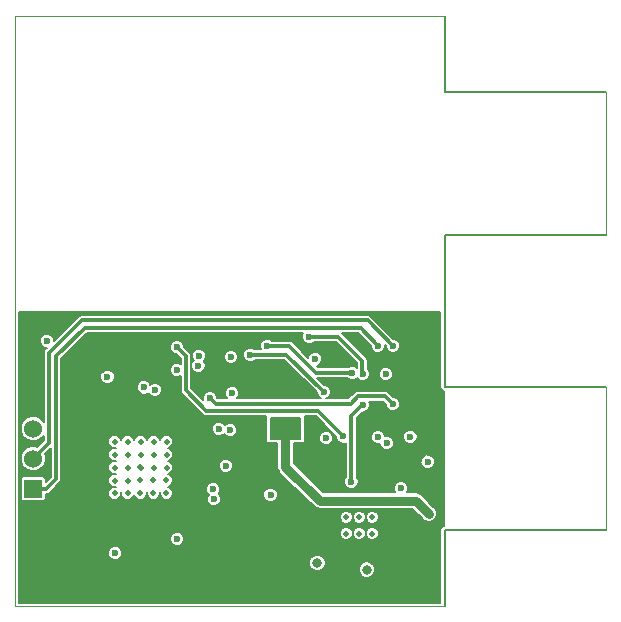
<source format=gbr>
G04 (created by PCBNEW (2013-mar-13)-testing) date Sat 22 Jun 2013 05:06:15 PM ICT*
%MOIN*%
G04 Gerber Fmt 3.4, Leading zero omitted, Abs format*
%FSLAX34Y34*%
G01*
G70*
G90*
G04 APERTURE LIST*
%ADD10C,0.00393701*%
%ADD11C,0.00590551*%
%ADD12R,0.06X0.06*%
%ADD13C,0.06*%
%ADD14C,0.023622*%
%ADD15C,0.019685*%
%ADD16C,0.0314961*%
%ADD17C,0.011811*%
%ADD18C,0.0314961*%
%ADD19C,0.00787402*%
G04 APERTURE END LIST*
G54D10*
G54D11*
X53681Y-32066D02*
X53681Y-26988D01*
X59055Y-32066D02*
X53681Y-32066D01*
X59055Y-22224D02*
X53681Y-22224D01*
X59055Y-26988D02*
X53681Y-26988D01*
X53681Y-36830D02*
X53681Y-39370D01*
X53681Y-22224D02*
X53681Y-19685D01*
X59055Y-36830D02*
X53681Y-36830D01*
G54D10*
X39370Y-19685D02*
X53681Y-19685D01*
X59055Y-22224D02*
X59055Y-26988D01*
X59055Y-32066D02*
X59055Y-36830D01*
X53681Y-39370D02*
X39370Y-39370D01*
X39370Y-39370D02*
X39370Y-19685D01*
G54D12*
X39960Y-35448D03*
G54D13*
X39960Y-34448D03*
X39960Y-33448D03*
G54D14*
X46594Y-32273D03*
X46151Y-33454D03*
X49645Y-32224D03*
X47204Y-30984D03*
X52539Y-33720D03*
X53110Y-34547D03*
X45964Y-35472D03*
X51456Y-33740D03*
X45984Y-35807D03*
X51751Y-33937D03*
X49163Y-30383D03*
X50944Y-31624D03*
X47765Y-30688D03*
X50600Y-31594D03*
X40413Y-30521D03*
X49734Y-33769D03*
X50305Y-33710D03*
X44753Y-30738D03*
X50944Y-32657D03*
X50570Y-35216D03*
X51948Y-32637D03*
X45856Y-32431D03*
X45472Y-31348D03*
X51712Y-31633D03*
X44025Y-32155D03*
X45482Y-31013D03*
X43651Y-32076D03*
X51957Y-30688D03*
X51447Y-30688D03*
X52224Y-35433D03*
X47874Y-35649D03*
G54D15*
X48720Y-33641D03*
X47992Y-33661D03*
X48700Y-33208D03*
X48011Y-33208D03*
X48365Y-33425D03*
G54D16*
X53149Y-36279D03*
G54D14*
X46555Y-31062D03*
X44744Y-31496D03*
G54D15*
X43976Y-34744D03*
X44409Y-34744D03*
X44409Y-34311D03*
X44409Y-33877D03*
X43976Y-33877D03*
X43976Y-34311D03*
X43543Y-34744D03*
X43533Y-34734D03*
X43966Y-35167D03*
X44399Y-35167D03*
X44399Y-35600D03*
X43966Y-35600D03*
X43533Y-35600D03*
X43533Y-35167D03*
X43110Y-34744D03*
X42677Y-34744D03*
X42677Y-35177D03*
X42677Y-35610D03*
X43110Y-35610D03*
X43110Y-35177D03*
X43543Y-34744D03*
X43543Y-34744D03*
X43110Y-34311D03*
X42677Y-34311D03*
X42677Y-33877D03*
X43110Y-33877D03*
X43543Y-33877D03*
X43543Y-34311D03*
G54D14*
X46377Y-34685D03*
X46535Y-33503D03*
X44763Y-37125D03*
X42696Y-37597D03*
X42440Y-31713D03*
X49370Y-31122D03*
G54D15*
X51259Y-36397D03*
X51259Y-36948D03*
X50826Y-36948D03*
X50393Y-36948D03*
X50393Y-36397D03*
X50826Y-36397D03*
G54D16*
X49438Y-37923D03*
X51082Y-38149D03*
G54D14*
X43769Y-31221D03*
X39921Y-38690D03*
X49389Y-33208D03*
X45866Y-31259D03*
X47775Y-32303D03*
X44921Y-37618D03*
X42106Y-37086D03*
X41811Y-32224D03*
X52618Y-30807D03*
G54D16*
X52224Y-37401D03*
G54D17*
X49645Y-32224D02*
X48405Y-30984D01*
X48405Y-30984D02*
X47204Y-30984D01*
X50118Y-30383D02*
X49163Y-30383D01*
X50935Y-31200D02*
X50118Y-30383D01*
X50935Y-31614D02*
X50935Y-31200D01*
X50944Y-31624D02*
X50935Y-31614D01*
X48494Y-30688D02*
X47765Y-30688D01*
X49389Y-31584D02*
X48494Y-30688D01*
X50590Y-31584D02*
X49389Y-31584D01*
X50600Y-31594D02*
X50590Y-31584D01*
X49448Y-32854D02*
X50305Y-33710D01*
X45738Y-32854D02*
X49448Y-32854D01*
X45059Y-32175D02*
X45738Y-32854D01*
X45059Y-31043D02*
X45059Y-32175D01*
X44753Y-30738D02*
X45059Y-31043D01*
X50944Y-32641D02*
X50944Y-32657D01*
X50570Y-33011D02*
X50944Y-32641D01*
X50570Y-33129D02*
X50570Y-33011D01*
X50570Y-35216D02*
X50570Y-33129D01*
X46043Y-32618D02*
X50541Y-32618D01*
X51683Y-32372D02*
X51948Y-32637D01*
X50787Y-32372D02*
X51683Y-32372D01*
X50541Y-32618D02*
X50787Y-32372D01*
X45856Y-32431D02*
X46043Y-32618D01*
X39960Y-34448D02*
X40492Y-33917D01*
X40492Y-30925D02*
X40492Y-33917D01*
X41574Y-29842D02*
X40492Y-30925D01*
X51110Y-29842D02*
X41574Y-29842D01*
X51110Y-29842D02*
X51957Y-30688D01*
X39960Y-35448D02*
X40393Y-35452D01*
X40393Y-35452D02*
X40728Y-35118D01*
X40728Y-31043D02*
X40728Y-35118D01*
X41692Y-30088D02*
X40728Y-31043D01*
X41692Y-30088D02*
X50875Y-30088D01*
X50875Y-30088D02*
X51447Y-30688D01*
X48365Y-33425D02*
X48503Y-33425D01*
X48503Y-33425D02*
X48720Y-33641D01*
X48365Y-33425D02*
X48228Y-33425D01*
X48228Y-33425D02*
X47992Y-33661D01*
X48365Y-33425D02*
X48484Y-33425D01*
X48484Y-33425D02*
X48700Y-33208D01*
X48228Y-33425D02*
X48011Y-33208D01*
X48365Y-33425D02*
X48366Y-33425D01*
X48366Y-33425D02*
X48366Y-33444D01*
G54D18*
X53149Y-36279D02*
X52716Y-35846D01*
X52716Y-35846D02*
X49507Y-35846D01*
X48366Y-34724D02*
X48366Y-33425D01*
X48366Y-33425D02*
X48366Y-33444D01*
X49507Y-35846D02*
X48366Y-34724D01*
G54D10*
G36*
X53641Y-36690D02*
X53624Y-36694D01*
X53576Y-36726D01*
X53544Y-36774D01*
X53533Y-36830D01*
X53533Y-39251D01*
X53425Y-39251D01*
X53425Y-36224D01*
X53404Y-36174D01*
X53404Y-36174D01*
X53404Y-36174D01*
X53383Y-36123D01*
X53346Y-36086D01*
X53346Y-34500D01*
X53310Y-34413D01*
X53244Y-34347D01*
X53157Y-34311D01*
X53063Y-34310D01*
X52976Y-34346D01*
X52910Y-34413D01*
X52874Y-34500D01*
X52873Y-34594D01*
X52909Y-34680D01*
X52976Y-34747D01*
X53063Y-34783D01*
X53157Y-34783D01*
X53243Y-34747D01*
X53310Y-34681D01*
X53346Y-34594D01*
X53346Y-34500D01*
X53346Y-36086D01*
X53344Y-36084D01*
X53344Y-36084D01*
X53305Y-36046D01*
X53305Y-36045D01*
X52911Y-35651D01*
X52821Y-35591D01*
X52775Y-35582D01*
X52775Y-33673D01*
X52739Y-33586D01*
X52673Y-33520D01*
X52586Y-33484D01*
X52492Y-33484D01*
X52405Y-33520D01*
X52339Y-33586D01*
X52303Y-33673D01*
X52303Y-33767D01*
X52338Y-33854D01*
X52405Y-33920D01*
X52492Y-33956D01*
X52586Y-33956D01*
X52673Y-33920D01*
X52739Y-33854D01*
X52775Y-33767D01*
X52775Y-33673D01*
X52775Y-35582D01*
X52716Y-35570D01*
X52420Y-35570D01*
X52424Y-35567D01*
X52460Y-35480D01*
X52460Y-35386D01*
X52424Y-35299D01*
X52358Y-35232D01*
X52271Y-35196D01*
X52177Y-35196D01*
X52090Y-35232D01*
X52024Y-35299D01*
X51988Y-35385D01*
X51988Y-33890D01*
X51952Y-33803D01*
X51885Y-33736D01*
X51799Y-33700D01*
X51705Y-33700D01*
X51692Y-33705D01*
X51692Y-33693D01*
X51657Y-33606D01*
X51590Y-33540D01*
X51503Y-33503D01*
X51409Y-33503D01*
X51323Y-33539D01*
X51256Y-33606D01*
X51220Y-33692D01*
X51220Y-33786D01*
X51256Y-33873D01*
X51322Y-33940D01*
X51409Y-33976D01*
X51503Y-33976D01*
X51515Y-33971D01*
X51515Y-33983D01*
X51551Y-34070D01*
X51617Y-34137D01*
X51704Y-34173D01*
X51798Y-34173D01*
X51885Y-34137D01*
X51952Y-34070D01*
X51988Y-33984D01*
X51988Y-33890D01*
X51988Y-35385D01*
X51988Y-35479D01*
X52024Y-35566D01*
X52028Y-35570D01*
X49970Y-35570D01*
X49970Y-33722D01*
X49934Y-33636D01*
X49868Y-33569D01*
X49781Y-33533D01*
X49687Y-33533D01*
X49600Y-33569D01*
X49534Y-33635D01*
X49498Y-33722D01*
X49497Y-33816D01*
X49533Y-33903D01*
X49600Y-33969D01*
X49687Y-34005D01*
X49781Y-34005D01*
X49867Y-33970D01*
X49934Y-33903D01*
X49970Y-33816D01*
X49970Y-33722D01*
X49970Y-35570D01*
X49620Y-35570D01*
X49015Y-34976D01*
X48641Y-34608D01*
X48641Y-33937D01*
X49015Y-33937D01*
X49015Y-33031D01*
X49375Y-33031D01*
X50068Y-33724D01*
X50068Y-33757D01*
X50104Y-33844D01*
X50171Y-33910D01*
X50257Y-33946D01*
X50351Y-33946D01*
X50393Y-33929D01*
X50393Y-35059D01*
X50370Y-35082D01*
X50334Y-35169D01*
X50334Y-35263D01*
X50370Y-35350D01*
X50436Y-35416D01*
X50523Y-35452D01*
X50617Y-35452D01*
X50704Y-35416D01*
X50771Y-35350D01*
X50807Y-35263D01*
X50807Y-35169D01*
X50771Y-35082D01*
X50748Y-35059D01*
X50748Y-33129D01*
X50748Y-33085D01*
X50942Y-32893D01*
X50991Y-32893D01*
X51078Y-32857D01*
X51145Y-32791D01*
X51181Y-32704D01*
X51181Y-32610D01*
X51155Y-32549D01*
X51609Y-32549D01*
X51712Y-32652D01*
X51712Y-32684D01*
X51748Y-32771D01*
X51814Y-32837D01*
X51901Y-32873D01*
X51995Y-32874D01*
X52082Y-32838D01*
X52148Y-32771D01*
X52184Y-32684D01*
X52185Y-32591D01*
X52149Y-32504D01*
X52082Y-32437D01*
X51996Y-32401D01*
X51963Y-32401D01*
X51948Y-32387D01*
X51948Y-31587D01*
X51912Y-31500D01*
X51846Y-31433D01*
X51759Y-31397D01*
X51665Y-31397D01*
X51578Y-31433D01*
X51512Y-31499D01*
X51476Y-31586D01*
X51476Y-31680D01*
X51512Y-31767D01*
X51578Y-31833D01*
X51665Y-31870D01*
X51759Y-31870D01*
X51846Y-31834D01*
X51912Y-31767D01*
X51948Y-31681D01*
X51948Y-31587D01*
X51948Y-32387D01*
X51808Y-32246D01*
X51750Y-32208D01*
X51683Y-32194D01*
X50787Y-32194D01*
X50719Y-32208D01*
X50662Y-32246D01*
X50467Y-32440D01*
X49740Y-32440D01*
X49779Y-32424D01*
X49845Y-32358D01*
X49881Y-32271D01*
X49881Y-32177D01*
X49846Y-32090D01*
X49779Y-32024D01*
X49692Y-31988D01*
X49660Y-31988D01*
X49433Y-31761D01*
X50433Y-31761D01*
X50466Y-31794D01*
X50553Y-31830D01*
X50647Y-31830D01*
X50734Y-31794D01*
X50757Y-31771D01*
X50810Y-31824D01*
X50897Y-31860D01*
X50991Y-31860D01*
X51078Y-31824D01*
X51145Y-31757D01*
X51181Y-31671D01*
X51181Y-31577D01*
X51145Y-31490D01*
X51112Y-31457D01*
X51112Y-31200D01*
X51098Y-31132D01*
X51098Y-31132D01*
X51060Y-31075D01*
X50250Y-30265D01*
X50800Y-30265D01*
X51210Y-30697D01*
X51210Y-30735D01*
X51246Y-30822D01*
X51313Y-30889D01*
X51399Y-30925D01*
X51493Y-30925D01*
X51580Y-30889D01*
X51647Y-30822D01*
X51683Y-30736D01*
X51683Y-30665D01*
X51720Y-30703D01*
X51720Y-30735D01*
X51756Y-30822D01*
X51823Y-30889D01*
X51909Y-30925D01*
X52003Y-30925D01*
X52090Y-30889D01*
X52157Y-30822D01*
X52193Y-30736D01*
X52193Y-30642D01*
X52157Y-30555D01*
X52091Y-30488D01*
X52004Y-30452D01*
X51971Y-30452D01*
X51235Y-29717D01*
X51178Y-29678D01*
X51110Y-29665D01*
X41574Y-29665D01*
X41507Y-29678D01*
X41449Y-29717D01*
X40649Y-30517D01*
X40649Y-30474D01*
X40613Y-30388D01*
X40547Y-30321D01*
X40460Y-30285D01*
X40366Y-30285D01*
X40279Y-30321D01*
X40213Y-30387D01*
X40177Y-30474D01*
X40177Y-30568D01*
X40213Y-30655D01*
X40279Y-30721D01*
X40366Y-30757D01*
X40408Y-30757D01*
X40366Y-30799D01*
X40328Y-30857D01*
X40314Y-30925D01*
X40314Y-33211D01*
X40197Y-33094D01*
X40044Y-33030D01*
X39877Y-33030D01*
X39724Y-33094D01*
X39606Y-33211D01*
X39542Y-33365D01*
X39542Y-33531D01*
X39605Y-33685D01*
X39723Y-33803D01*
X39877Y-33866D01*
X40043Y-33867D01*
X40197Y-33803D01*
X40314Y-33685D01*
X40314Y-33685D01*
X40314Y-33843D01*
X40103Y-34055D01*
X40044Y-34030D01*
X39877Y-34030D01*
X39724Y-34094D01*
X39606Y-34211D01*
X39542Y-34365D01*
X39542Y-34531D01*
X39605Y-34685D01*
X39723Y-34803D01*
X39877Y-34866D01*
X40043Y-34867D01*
X40197Y-34803D01*
X40314Y-34685D01*
X40378Y-34532D01*
X40378Y-34366D01*
X40354Y-34305D01*
X40551Y-34108D01*
X40551Y-35044D01*
X40378Y-35217D01*
X40378Y-35125D01*
X40360Y-35082D01*
X40327Y-35048D01*
X40284Y-35030D01*
X40237Y-35030D01*
X39637Y-35030D01*
X39593Y-35048D01*
X39560Y-35081D01*
X39542Y-35125D01*
X39542Y-35172D01*
X39542Y-35772D01*
X39560Y-35815D01*
X39593Y-35848D01*
X39637Y-35866D01*
X39684Y-35866D01*
X40284Y-35866D01*
X40327Y-35849D01*
X40360Y-35815D01*
X40378Y-35772D01*
X40378Y-35725D01*
X40378Y-35629D01*
X40392Y-35629D01*
X40392Y-35629D01*
X40393Y-35629D01*
X40444Y-35619D01*
X40460Y-35616D01*
X40460Y-35616D01*
X40461Y-35616D01*
X40502Y-35589D01*
X40517Y-35578D01*
X40518Y-35578D01*
X40518Y-35578D01*
X40853Y-35243D01*
X40892Y-35185D01*
X40892Y-35185D01*
X40905Y-35118D01*
X40905Y-31117D01*
X41765Y-30265D01*
X48956Y-30265D01*
X48927Y-30336D01*
X48927Y-30430D01*
X48963Y-30517D01*
X49029Y-30583D01*
X49116Y-30620D01*
X49210Y-30620D01*
X49297Y-30584D01*
X49320Y-30561D01*
X50044Y-30561D01*
X50757Y-31274D01*
X50757Y-31417D01*
X50734Y-31394D01*
X50647Y-31358D01*
X50553Y-31358D01*
X50466Y-31394D01*
X50453Y-31407D01*
X49463Y-31407D01*
X49413Y-31358D01*
X49416Y-31358D01*
X49503Y-31322D01*
X49570Y-31256D01*
X49606Y-31169D01*
X49606Y-31075D01*
X49570Y-30988D01*
X49504Y-30921D01*
X49417Y-30885D01*
X49323Y-30885D01*
X49236Y-30921D01*
X49169Y-30988D01*
X49133Y-31074D01*
X49133Y-31078D01*
X48619Y-30563D01*
X48561Y-30525D01*
X48494Y-30511D01*
X47922Y-30511D01*
X47899Y-30488D01*
X47812Y-30452D01*
X47718Y-30452D01*
X47632Y-30488D01*
X47565Y-30554D01*
X47529Y-30641D01*
X47529Y-30735D01*
X47558Y-30807D01*
X47361Y-30807D01*
X47338Y-30784D01*
X47251Y-30748D01*
X47157Y-30747D01*
X47071Y-30783D01*
X47004Y-30850D01*
X46968Y-30937D01*
X46968Y-31031D01*
X47004Y-31117D01*
X47070Y-31184D01*
X47157Y-31220D01*
X47251Y-31220D01*
X47338Y-31184D01*
X47361Y-31161D01*
X48332Y-31161D01*
X49409Y-32238D01*
X49409Y-32271D01*
X49445Y-32358D01*
X49511Y-32424D01*
X49551Y-32440D01*
X46761Y-32440D01*
X46794Y-32407D01*
X46830Y-32320D01*
X46830Y-32226D01*
X46794Y-32139D01*
X46791Y-32136D01*
X46791Y-31016D01*
X46755Y-30929D01*
X46689Y-30862D01*
X46602Y-30826D01*
X46508Y-30826D01*
X46421Y-30862D01*
X46354Y-30929D01*
X46318Y-31015D01*
X46318Y-31109D01*
X46354Y-31196D01*
X46421Y-31263D01*
X46507Y-31299D01*
X46601Y-31299D01*
X46688Y-31263D01*
X46755Y-31196D01*
X46791Y-31110D01*
X46791Y-31016D01*
X46791Y-32136D01*
X46728Y-32073D01*
X46641Y-32037D01*
X46547Y-32037D01*
X46460Y-32073D01*
X46394Y-32139D01*
X46358Y-32226D01*
X46358Y-32320D01*
X46394Y-32407D01*
X46427Y-32440D01*
X46116Y-32440D01*
X46092Y-32416D01*
X46092Y-32384D01*
X46056Y-32297D01*
X45990Y-32230D01*
X45903Y-32194D01*
X45809Y-32194D01*
X45722Y-32230D01*
X45656Y-32297D01*
X45620Y-32383D01*
X45620Y-32477D01*
X45625Y-32491D01*
X45236Y-32101D01*
X45236Y-31395D01*
X45272Y-31482D01*
X45338Y-31548D01*
X45425Y-31584D01*
X45519Y-31584D01*
X45606Y-31548D01*
X45672Y-31482D01*
X45708Y-31395D01*
X45708Y-31301D01*
X45672Y-31214D01*
X45644Y-31186D01*
X45682Y-31147D01*
X45718Y-31060D01*
X45718Y-30966D01*
X45682Y-30880D01*
X45616Y-30813D01*
X45529Y-30777D01*
X45435Y-30777D01*
X45348Y-30813D01*
X45282Y-30879D01*
X45246Y-30966D01*
X45246Y-31060D01*
X45281Y-31147D01*
X45310Y-31176D01*
X45272Y-31214D01*
X45236Y-31301D01*
X45236Y-31348D01*
X45236Y-31043D01*
X45222Y-30975D01*
X45222Y-30975D01*
X45184Y-30918D01*
X44990Y-30723D01*
X44990Y-30691D01*
X44954Y-30604D01*
X44887Y-30538D01*
X44801Y-30502D01*
X44707Y-30501D01*
X44620Y-30537D01*
X44553Y-30604D01*
X44517Y-30690D01*
X44517Y-30784D01*
X44553Y-30871D01*
X44619Y-30938D01*
X44706Y-30974D01*
X44739Y-30974D01*
X44881Y-31116D01*
X44881Y-31299D01*
X44878Y-31295D01*
X44791Y-31259D01*
X44697Y-31259D01*
X44610Y-31295D01*
X44543Y-31362D01*
X44507Y-31448D01*
X44507Y-31542D01*
X44543Y-31629D01*
X44610Y-31696D01*
X44696Y-31732D01*
X44790Y-31732D01*
X44877Y-31696D01*
X44881Y-31692D01*
X44881Y-32175D01*
X44895Y-32242D01*
X44933Y-32300D01*
X45612Y-32979D01*
X45670Y-33018D01*
X45738Y-33031D01*
X47716Y-33031D01*
X47716Y-33877D01*
X47716Y-33937D01*
X48090Y-33937D01*
X48090Y-34724D01*
X48090Y-34725D01*
X48090Y-34726D01*
X48101Y-34778D01*
X48111Y-34829D01*
X48112Y-34830D01*
X48112Y-34832D01*
X48142Y-34875D01*
X48171Y-34919D01*
X48172Y-34919D01*
X48172Y-34920D01*
X49015Y-35749D01*
X49312Y-36041D01*
X49313Y-36041D01*
X49313Y-36041D01*
X49314Y-36042D01*
X49354Y-36068D01*
X49402Y-36101D01*
X49403Y-36101D01*
X49404Y-36101D01*
X49451Y-36110D01*
X49507Y-36122D01*
X52602Y-36122D01*
X52954Y-36474D01*
X52993Y-36513D01*
X53044Y-36534D01*
X53044Y-36534D01*
X53044Y-36534D01*
X53094Y-36555D01*
X53149Y-36555D01*
X53204Y-36555D01*
X53255Y-36534D01*
X53255Y-36534D01*
X53255Y-36534D01*
X53305Y-36513D01*
X53344Y-36474D01*
X53344Y-36474D01*
X53344Y-36474D01*
X53383Y-36435D01*
X53404Y-36384D01*
X53404Y-36384D01*
X53404Y-36384D01*
X53425Y-36334D01*
X53425Y-36279D01*
X53425Y-36224D01*
X53425Y-39251D01*
X51476Y-39251D01*
X51476Y-36905D01*
X51476Y-36354D01*
X51443Y-36275D01*
X51382Y-36214D01*
X51303Y-36181D01*
X51216Y-36181D01*
X51137Y-36213D01*
X51076Y-36274D01*
X51043Y-36354D01*
X51043Y-36354D01*
X51010Y-36275D01*
X50949Y-36214D01*
X50870Y-36181D01*
X50783Y-36181D01*
X50704Y-36213D01*
X50643Y-36274D01*
X50610Y-36354D01*
X50610Y-36354D01*
X50577Y-36275D01*
X50516Y-36214D01*
X50436Y-36181D01*
X50350Y-36181D01*
X50271Y-36213D01*
X50210Y-36274D01*
X50177Y-36354D01*
X50177Y-36440D01*
X50210Y-36520D01*
X50270Y-36581D01*
X50350Y-36614D01*
X50436Y-36614D01*
X50516Y-36581D01*
X50577Y-36520D01*
X50610Y-36440D01*
X50610Y-36354D01*
X50610Y-36440D01*
X50643Y-36520D01*
X50703Y-36581D01*
X50783Y-36614D01*
X50869Y-36614D01*
X50949Y-36581D01*
X51010Y-36520D01*
X51043Y-36440D01*
X51043Y-36354D01*
X51043Y-36440D01*
X51076Y-36520D01*
X51137Y-36581D01*
X51216Y-36614D01*
X51302Y-36614D01*
X51382Y-36581D01*
X51443Y-36520D01*
X51476Y-36440D01*
X51476Y-36354D01*
X51476Y-36905D01*
X51443Y-36826D01*
X51382Y-36765D01*
X51303Y-36732D01*
X51216Y-36732D01*
X51137Y-36765D01*
X51076Y-36826D01*
X51043Y-36905D01*
X51043Y-36905D01*
X51010Y-36826D01*
X50949Y-36765D01*
X50870Y-36732D01*
X50783Y-36732D01*
X50704Y-36765D01*
X50643Y-36826D01*
X50610Y-36905D01*
X50610Y-36905D01*
X50577Y-36826D01*
X50516Y-36765D01*
X50436Y-36732D01*
X50350Y-36732D01*
X50271Y-36765D01*
X50210Y-36826D01*
X50177Y-36905D01*
X50177Y-36991D01*
X50210Y-37071D01*
X50270Y-37132D01*
X50350Y-37165D01*
X50436Y-37165D01*
X50516Y-37132D01*
X50577Y-37071D01*
X50610Y-36992D01*
X50610Y-36905D01*
X50610Y-36991D01*
X50643Y-37071D01*
X50703Y-37132D01*
X50783Y-37165D01*
X50869Y-37165D01*
X50949Y-37132D01*
X51010Y-37071D01*
X51043Y-36992D01*
X51043Y-36905D01*
X51043Y-36991D01*
X51076Y-37071D01*
X51137Y-37132D01*
X51216Y-37165D01*
X51302Y-37165D01*
X51382Y-37132D01*
X51443Y-37071D01*
X51476Y-36992D01*
X51476Y-36905D01*
X51476Y-39251D01*
X51358Y-39251D01*
X51358Y-38095D01*
X51316Y-37993D01*
X51238Y-37916D01*
X51137Y-37874D01*
X51028Y-37873D01*
X50926Y-37915D01*
X50849Y-37993D01*
X50807Y-38094D01*
X50807Y-38204D01*
X50848Y-38305D01*
X50926Y-38383D01*
X51027Y-38425D01*
X51137Y-38425D01*
X51238Y-38383D01*
X51316Y-38305D01*
X51358Y-38204D01*
X51358Y-38095D01*
X51358Y-39251D01*
X49714Y-39251D01*
X49714Y-37868D01*
X49672Y-37767D01*
X49595Y-37689D01*
X49494Y-37647D01*
X49384Y-37647D01*
X49283Y-37689D01*
X49205Y-37766D01*
X49163Y-37868D01*
X49163Y-37977D01*
X49205Y-38079D01*
X49282Y-38156D01*
X49383Y-38198D01*
X49493Y-38198D01*
X49594Y-38156D01*
X49672Y-38079D01*
X49714Y-37978D01*
X49714Y-37868D01*
X49714Y-39251D01*
X49015Y-39251D01*
X48110Y-39251D01*
X48110Y-35602D01*
X48074Y-35515D01*
X48007Y-35449D01*
X47921Y-35413D01*
X47827Y-35413D01*
X47740Y-35449D01*
X47673Y-35515D01*
X47637Y-35602D01*
X47637Y-35696D01*
X47673Y-35783D01*
X47740Y-35849D01*
X47826Y-35885D01*
X47920Y-35885D01*
X48007Y-35849D01*
X48074Y-35783D01*
X48110Y-35696D01*
X48110Y-35602D01*
X48110Y-39251D01*
X46771Y-39251D01*
X46771Y-33457D01*
X46735Y-33370D01*
X46669Y-33303D01*
X46582Y-33267D01*
X46488Y-33267D01*
X46401Y-33303D01*
X46361Y-33343D01*
X46351Y-33321D01*
X46285Y-33254D01*
X46198Y-33218D01*
X46104Y-33218D01*
X46017Y-33254D01*
X45951Y-33320D01*
X45915Y-33407D01*
X45915Y-33501D01*
X45951Y-33588D01*
X46017Y-33654D01*
X46104Y-33690D01*
X46198Y-33690D01*
X46285Y-33655D01*
X46325Y-33614D01*
X46335Y-33637D01*
X46401Y-33704D01*
X46488Y-33740D01*
X46582Y-33740D01*
X46669Y-33704D01*
X46735Y-33637D01*
X46771Y-33551D01*
X46771Y-33457D01*
X46771Y-39251D01*
X46614Y-39251D01*
X46614Y-34638D01*
X46578Y-34551D01*
X46511Y-34484D01*
X46425Y-34448D01*
X46331Y-34448D01*
X46244Y-34484D01*
X46177Y-34551D01*
X46141Y-34637D01*
X46141Y-34731D01*
X46177Y-34818D01*
X46243Y-34885D01*
X46330Y-34921D01*
X46424Y-34921D01*
X46511Y-34885D01*
X46578Y-34819D01*
X46614Y-34732D01*
X46614Y-34638D01*
X46614Y-39251D01*
X46220Y-39251D01*
X46220Y-35760D01*
X46184Y-35673D01*
X46141Y-35629D01*
X46164Y-35606D01*
X46200Y-35519D01*
X46200Y-35425D01*
X46164Y-35338D01*
X46098Y-35272D01*
X46011Y-35236D01*
X45917Y-35236D01*
X45830Y-35272D01*
X45764Y-35338D01*
X45728Y-35425D01*
X45728Y-35519D01*
X45764Y-35606D01*
X45807Y-35649D01*
X45784Y-35673D01*
X45748Y-35759D01*
X45747Y-35853D01*
X45783Y-35940D01*
X45850Y-36007D01*
X45937Y-36043D01*
X46031Y-36043D01*
X46117Y-36007D01*
X46184Y-35941D01*
X46220Y-35854D01*
X46220Y-35760D01*
X46220Y-39251D01*
X45000Y-39251D01*
X45000Y-37079D01*
X44964Y-36992D01*
X44897Y-36925D01*
X44810Y-36889D01*
X44716Y-36889D01*
X44630Y-36925D01*
X44626Y-36929D01*
X44626Y-34701D01*
X44593Y-34621D01*
X44532Y-34560D01*
X44452Y-34527D01*
X44452Y-34527D01*
X44531Y-34494D01*
X44592Y-34433D01*
X44625Y-34354D01*
X44626Y-34268D01*
X44593Y-34188D01*
X44532Y-34127D01*
X44452Y-34094D01*
X44452Y-34094D01*
X44531Y-34061D01*
X44592Y-34000D01*
X44625Y-33921D01*
X44626Y-33835D01*
X44593Y-33755D01*
X44532Y-33694D01*
X44452Y-33661D01*
X44366Y-33661D01*
X44286Y-33694D01*
X44261Y-33719D01*
X44261Y-32108D01*
X44225Y-32021D01*
X44159Y-31955D01*
X44072Y-31919D01*
X43978Y-31919D01*
X43891Y-31955D01*
X43867Y-31979D01*
X43851Y-31943D01*
X43785Y-31876D01*
X43698Y-31840D01*
X43604Y-31840D01*
X43517Y-31876D01*
X43451Y-31942D01*
X43415Y-32029D01*
X43415Y-32123D01*
X43451Y-32210D01*
X43517Y-32276D01*
X43604Y-32312D01*
X43698Y-32313D01*
X43785Y-32277D01*
X43810Y-32252D01*
X43825Y-32289D01*
X43891Y-32355D01*
X43978Y-32391D01*
X44072Y-32391D01*
X44159Y-32355D01*
X44225Y-32289D01*
X44261Y-32202D01*
X44261Y-32108D01*
X44261Y-33719D01*
X44225Y-33755D01*
X44192Y-33834D01*
X44192Y-33835D01*
X44160Y-33755D01*
X44099Y-33694D01*
X44019Y-33661D01*
X43933Y-33661D01*
X43853Y-33694D01*
X43792Y-33755D01*
X43759Y-33834D01*
X43759Y-33835D01*
X43726Y-33755D01*
X43666Y-33694D01*
X43586Y-33661D01*
X43500Y-33661D01*
X43420Y-33694D01*
X43359Y-33755D01*
X43326Y-33834D01*
X43326Y-33835D01*
X43293Y-33755D01*
X43233Y-33694D01*
X43153Y-33661D01*
X43067Y-33661D01*
X42987Y-33694D01*
X42926Y-33755D01*
X42893Y-33834D01*
X42893Y-33835D01*
X42860Y-33755D01*
X42799Y-33694D01*
X42720Y-33661D01*
X42677Y-33661D01*
X42677Y-31666D01*
X42641Y-31579D01*
X42574Y-31513D01*
X42488Y-31477D01*
X42394Y-31477D01*
X42307Y-31513D01*
X42240Y-31579D01*
X42204Y-31666D01*
X42204Y-31760D01*
X42240Y-31847D01*
X42306Y-31913D01*
X42393Y-31949D01*
X42487Y-31949D01*
X42574Y-31913D01*
X42641Y-31847D01*
X42677Y-31760D01*
X42677Y-31666D01*
X42677Y-33661D01*
X42634Y-33661D01*
X42554Y-33694D01*
X42493Y-33755D01*
X42460Y-33834D01*
X42460Y-33920D01*
X42493Y-34000D01*
X42554Y-34061D01*
X42633Y-34094D01*
X42720Y-34094D01*
X42634Y-34094D01*
X42554Y-34127D01*
X42493Y-34188D01*
X42460Y-34267D01*
X42460Y-34353D01*
X42493Y-34433D01*
X42554Y-34494D01*
X42633Y-34527D01*
X42720Y-34527D01*
X42634Y-34527D01*
X42554Y-34560D01*
X42493Y-34621D01*
X42460Y-34700D01*
X42460Y-34786D01*
X42493Y-34866D01*
X42554Y-34927D01*
X42633Y-34960D01*
X42720Y-34960D01*
X42634Y-34960D01*
X42554Y-34993D01*
X42493Y-35054D01*
X42460Y-35133D01*
X42460Y-35220D01*
X42493Y-35299D01*
X42554Y-35360D01*
X42633Y-35393D01*
X42720Y-35393D01*
X42634Y-35393D01*
X42554Y-35426D01*
X42493Y-35487D01*
X42460Y-35566D01*
X42460Y-35653D01*
X42493Y-35732D01*
X42554Y-35793D01*
X42633Y-35826D01*
X42720Y-35826D01*
X42799Y-35793D01*
X42860Y-35733D01*
X42893Y-35653D01*
X42893Y-35567D01*
X42893Y-35653D01*
X42926Y-35732D01*
X42987Y-35793D01*
X43066Y-35826D01*
X43153Y-35826D01*
X43232Y-35793D01*
X43293Y-35733D01*
X43323Y-35660D01*
X43349Y-35722D01*
X43410Y-35783D01*
X43490Y-35816D01*
X43576Y-35816D01*
X43655Y-35784D01*
X43716Y-35723D01*
X43749Y-35643D01*
X43750Y-35557D01*
X43749Y-35643D01*
X43782Y-35722D01*
X43843Y-35783D01*
X43923Y-35816D01*
X44009Y-35816D01*
X44089Y-35784D01*
X44149Y-35723D01*
X44183Y-35643D01*
X44183Y-35557D01*
X44183Y-35643D01*
X44215Y-35722D01*
X44276Y-35783D01*
X44356Y-35816D01*
X44442Y-35816D01*
X44522Y-35784D01*
X44583Y-35723D01*
X44616Y-35643D01*
X44616Y-35557D01*
X44583Y-35477D01*
X44522Y-35416D01*
X44442Y-35383D01*
X44442Y-35383D01*
X44522Y-35350D01*
X44583Y-35290D01*
X44616Y-35210D01*
X44616Y-35124D01*
X44583Y-35044D01*
X44522Y-34983D01*
X44459Y-34957D01*
X44531Y-34927D01*
X44592Y-34866D01*
X44625Y-34787D01*
X44626Y-34701D01*
X44626Y-36929D01*
X44563Y-36992D01*
X44527Y-37078D01*
X44527Y-37172D01*
X44563Y-37259D01*
X44629Y-37326D01*
X44716Y-37362D01*
X44810Y-37362D01*
X44897Y-37326D01*
X44963Y-37259D01*
X44999Y-37173D01*
X45000Y-37079D01*
X45000Y-39251D01*
X42933Y-39251D01*
X42933Y-37550D01*
X42897Y-37463D01*
X42830Y-37397D01*
X42744Y-37361D01*
X42650Y-37361D01*
X42563Y-37397D01*
X42496Y-37463D01*
X42460Y-37550D01*
X42460Y-37644D01*
X42496Y-37731D01*
X42562Y-37797D01*
X42649Y-37833D01*
X42743Y-37833D01*
X42830Y-37797D01*
X42896Y-37731D01*
X42933Y-37644D01*
X42933Y-37550D01*
X42933Y-39251D01*
X39488Y-39251D01*
X39488Y-29566D01*
X53533Y-29566D01*
X53533Y-32066D01*
X53544Y-32123D01*
X53576Y-32171D01*
X53624Y-32203D01*
X53641Y-32206D01*
X53641Y-36690D01*
X53641Y-36690D01*
G37*
G54D19*
X53641Y-36690D02*
X53624Y-36694D01*
X53576Y-36726D01*
X53544Y-36774D01*
X53533Y-36830D01*
X53533Y-39251D01*
X53425Y-39251D01*
X53425Y-36224D01*
X53404Y-36174D01*
X53404Y-36174D01*
X53404Y-36174D01*
X53383Y-36123D01*
X53346Y-36086D01*
X53346Y-34500D01*
X53310Y-34413D01*
X53244Y-34347D01*
X53157Y-34311D01*
X53063Y-34310D01*
X52976Y-34346D01*
X52910Y-34413D01*
X52874Y-34500D01*
X52873Y-34594D01*
X52909Y-34680D01*
X52976Y-34747D01*
X53063Y-34783D01*
X53157Y-34783D01*
X53243Y-34747D01*
X53310Y-34681D01*
X53346Y-34594D01*
X53346Y-34500D01*
X53346Y-36086D01*
X53344Y-36084D01*
X53344Y-36084D01*
X53305Y-36046D01*
X53305Y-36045D01*
X52911Y-35651D01*
X52821Y-35591D01*
X52775Y-35582D01*
X52775Y-33673D01*
X52739Y-33586D01*
X52673Y-33520D01*
X52586Y-33484D01*
X52492Y-33484D01*
X52405Y-33520D01*
X52339Y-33586D01*
X52303Y-33673D01*
X52303Y-33767D01*
X52338Y-33854D01*
X52405Y-33920D01*
X52492Y-33956D01*
X52586Y-33956D01*
X52673Y-33920D01*
X52739Y-33854D01*
X52775Y-33767D01*
X52775Y-33673D01*
X52775Y-35582D01*
X52716Y-35570D01*
X52420Y-35570D01*
X52424Y-35567D01*
X52460Y-35480D01*
X52460Y-35386D01*
X52424Y-35299D01*
X52358Y-35232D01*
X52271Y-35196D01*
X52177Y-35196D01*
X52090Y-35232D01*
X52024Y-35299D01*
X51988Y-35385D01*
X51988Y-33890D01*
X51952Y-33803D01*
X51885Y-33736D01*
X51799Y-33700D01*
X51705Y-33700D01*
X51692Y-33705D01*
X51692Y-33693D01*
X51657Y-33606D01*
X51590Y-33540D01*
X51503Y-33503D01*
X51409Y-33503D01*
X51323Y-33539D01*
X51256Y-33606D01*
X51220Y-33692D01*
X51220Y-33786D01*
X51256Y-33873D01*
X51322Y-33940D01*
X51409Y-33976D01*
X51503Y-33976D01*
X51515Y-33971D01*
X51515Y-33983D01*
X51551Y-34070D01*
X51617Y-34137D01*
X51704Y-34173D01*
X51798Y-34173D01*
X51885Y-34137D01*
X51952Y-34070D01*
X51988Y-33984D01*
X51988Y-33890D01*
X51988Y-35385D01*
X51988Y-35479D01*
X52024Y-35566D01*
X52028Y-35570D01*
X49970Y-35570D01*
X49970Y-33722D01*
X49934Y-33636D01*
X49868Y-33569D01*
X49781Y-33533D01*
X49687Y-33533D01*
X49600Y-33569D01*
X49534Y-33635D01*
X49498Y-33722D01*
X49497Y-33816D01*
X49533Y-33903D01*
X49600Y-33969D01*
X49687Y-34005D01*
X49781Y-34005D01*
X49867Y-33970D01*
X49934Y-33903D01*
X49970Y-33816D01*
X49970Y-33722D01*
X49970Y-35570D01*
X49620Y-35570D01*
X49015Y-34976D01*
X48641Y-34608D01*
X48641Y-33937D01*
X49015Y-33937D01*
X49015Y-33031D01*
X49375Y-33031D01*
X50068Y-33724D01*
X50068Y-33757D01*
X50104Y-33844D01*
X50171Y-33910D01*
X50257Y-33946D01*
X50351Y-33946D01*
X50393Y-33929D01*
X50393Y-35059D01*
X50370Y-35082D01*
X50334Y-35169D01*
X50334Y-35263D01*
X50370Y-35350D01*
X50436Y-35416D01*
X50523Y-35452D01*
X50617Y-35452D01*
X50704Y-35416D01*
X50771Y-35350D01*
X50807Y-35263D01*
X50807Y-35169D01*
X50771Y-35082D01*
X50748Y-35059D01*
X50748Y-33129D01*
X50748Y-33085D01*
X50942Y-32893D01*
X50991Y-32893D01*
X51078Y-32857D01*
X51145Y-32791D01*
X51181Y-32704D01*
X51181Y-32610D01*
X51155Y-32549D01*
X51609Y-32549D01*
X51712Y-32652D01*
X51712Y-32684D01*
X51748Y-32771D01*
X51814Y-32837D01*
X51901Y-32873D01*
X51995Y-32874D01*
X52082Y-32838D01*
X52148Y-32771D01*
X52184Y-32684D01*
X52185Y-32591D01*
X52149Y-32504D01*
X52082Y-32437D01*
X51996Y-32401D01*
X51963Y-32401D01*
X51948Y-32387D01*
X51948Y-31587D01*
X51912Y-31500D01*
X51846Y-31433D01*
X51759Y-31397D01*
X51665Y-31397D01*
X51578Y-31433D01*
X51512Y-31499D01*
X51476Y-31586D01*
X51476Y-31680D01*
X51512Y-31767D01*
X51578Y-31833D01*
X51665Y-31870D01*
X51759Y-31870D01*
X51846Y-31834D01*
X51912Y-31767D01*
X51948Y-31681D01*
X51948Y-31587D01*
X51948Y-32387D01*
X51808Y-32246D01*
X51750Y-32208D01*
X51683Y-32194D01*
X50787Y-32194D01*
X50719Y-32208D01*
X50662Y-32246D01*
X50467Y-32440D01*
X49740Y-32440D01*
X49779Y-32424D01*
X49845Y-32358D01*
X49881Y-32271D01*
X49881Y-32177D01*
X49846Y-32090D01*
X49779Y-32024D01*
X49692Y-31988D01*
X49660Y-31988D01*
X49433Y-31761D01*
X50433Y-31761D01*
X50466Y-31794D01*
X50553Y-31830D01*
X50647Y-31830D01*
X50734Y-31794D01*
X50757Y-31771D01*
X50810Y-31824D01*
X50897Y-31860D01*
X50991Y-31860D01*
X51078Y-31824D01*
X51145Y-31757D01*
X51181Y-31671D01*
X51181Y-31577D01*
X51145Y-31490D01*
X51112Y-31457D01*
X51112Y-31200D01*
X51098Y-31132D01*
X51098Y-31132D01*
X51060Y-31075D01*
X50250Y-30265D01*
X50800Y-30265D01*
X51210Y-30697D01*
X51210Y-30735D01*
X51246Y-30822D01*
X51313Y-30889D01*
X51399Y-30925D01*
X51493Y-30925D01*
X51580Y-30889D01*
X51647Y-30822D01*
X51683Y-30736D01*
X51683Y-30665D01*
X51720Y-30703D01*
X51720Y-30735D01*
X51756Y-30822D01*
X51823Y-30889D01*
X51909Y-30925D01*
X52003Y-30925D01*
X52090Y-30889D01*
X52157Y-30822D01*
X52193Y-30736D01*
X52193Y-30642D01*
X52157Y-30555D01*
X52091Y-30488D01*
X52004Y-30452D01*
X51971Y-30452D01*
X51235Y-29717D01*
X51178Y-29678D01*
X51110Y-29665D01*
X41574Y-29665D01*
X41507Y-29678D01*
X41449Y-29717D01*
X40649Y-30517D01*
X40649Y-30474D01*
X40613Y-30388D01*
X40547Y-30321D01*
X40460Y-30285D01*
X40366Y-30285D01*
X40279Y-30321D01*
X40213Y-30387D01*
X40177Y-30474D01*
X40177Y-30568D01*
X40213Y-30655D01*
X40279Y-30721D01*
X40366Y-30757D01*
X40408Y-30757D01*
X40366Y-30799D01*
X40328Y-30857D01*
X40314Y-30925D01*
X40314Y-33211D01*
X40197Y-33094D01*
X40044Y-33030D01*
X39877Y-33030D01*
X39724Y-33094D01*
X39606Y-33211D01*
X39542Y-33365D01*
X39542Y-33531D01*
X39605Y-33685D01*
X39723Y-33803D01*
X39877Y-33866D01*
X40043Y-33867D01*
X40197Y-33803D01*
X40314Y-33685D01*
X40314Y-33685D01*
X40314Y-33843D01*
X40103Y-34055D01*
X40044Y-34030D01*
X39877Y-34030D01*
X39724Y-34094D01*
X39606Y-34211D01*
X39542Y-34365D01*
X39542Y-34531D01*
X39605Y-34685D01*
X39723Y-34803D01*
X39877Y-34866D01*
X40043Y-34867D01*
X40197Y-34803D01*
X40314Y-34685D01*
X40378Y-34532D01*
X40378Y-34366D01*
X40354Y-34305D01*
X40551Y-34108D01*
X40551Y-35044D01*
X40378Y-35217D01*
X40378Y-35125D01*
X40360Y-35082D01*
X40327Y-35048D01*
X40284Y-35030D01*
X40237Y-35030D01*
X39637Y-35030D01*
X39593Y-35048D01*
X39560Y-35081D01*
X39542Y-35125D01*
X39542Y-35172D01*
X39542Y-35772D01*
X39560Y-35815D01*
X39593Y-35848D01*
X39637Y-35866D01*
X39684Y-35866D01*
X40284Y-35866D01*
X40327Y-35849D01*
X40360Y-35815D01*
X40378Y-35772D01*
X40378Y-35725D01*
X40378Y-35629D01*
X40392Y-35629D01*
X40392Y-35629D01*
X40393Y-35629D01*
X40444Y-35619D01*
X40460Y-35616D01*
X40460Y-35616D01*
X40461Y-35616D01*
X40502Y-35589D01*
X40517Y-35578D01*
X40518Y-35578D01*
X40518Y-35578D01*
X40853Y-35243D01*
X40892Y-35185D01*
X40892Y-35185D01*
X40905Y-35118D01*
X40905Y-31117D01*
X41765Y-30265D01*
X48956Y-30265D01*
X48927Y-30336D01*
X48927Y-30430D01*
X48963Y-30517D01*
X49029Y-30583D01*
X49116Y-30620D01*
X49210Y-30620D01*
X49297Y-30584D01*
X49320Y-30561D01*
X50044Y-30561D01*
X50757Y-31274D01*
X50757Y-31417D01*
X50734Y-31394D01*
X50647Y-31358D01*
X50553Y-31358D01*
X50466Y-31394D01*
X50453Y-31407D01*
X49463Y-31407D01*
X49413Y-31358D01*
X49416Y-31358D01*
X49503Y-31322D01*
X49570Y-31256D01*
X49606Y-31169D01*
X49606Y-31075D01*
X49570Y-30988D01*
X49504Y-30921D01*
X49417Y-30885D01*
X49323Y-30885D01*
X49236Y-30921D01*
X49169Y-30988D01*
X49133Y-31074D01*
X49133Y-31078D01*
X48619Y-30563D01*
X48561Y-30525D01*
X48494Y-30511D01*
X47922Y-30511D01*
X47899Y-30488D01*
X47812Y-30452D01*
X47718Y-30452D01*
X47632Y-30488D01*
X47565Y-30554D01*
X47529Y-30641D01*
X47529Y-30735D01*
X47558Y-30807D01*
X47361Y-30807D01*
X47338Y-30784D01*
X47251Y-30748D01*
X47157Y-30747D01*
X47071Y-30783D01*
X47004Y-30850D01*
X46968Y-30937D01*
X46968Y-31031D01*
X47004Y-31117D01*
X47070Y-31184D01*
X47157Y-31220D01*
X47251Y-31220D01*
X47338Y-31184D01*
X47361Y-31161D01*
X48332Y-31161D01*
X49409Y-32238D01*
X49409Y-32271D01*
X49445Y-32358D01*
X49511Y-32424D01*
X49551Y-32440D01*
X46761Y-32440D01*
X46794Y-32407D01*
X46830Y-32320D01*
X46830Y-32226D01*
X46794Y-32139D01*
X46791Y-32136D01*
X46791Y-31016D01*
X46755Y-30929D01*
X46689Y-30862D01*
X46602Y-30826D01*
X46508Y-30826D01*
X46421Y-30862D01*
X46354Y-30929D01*
X46318Y-31015D01*
X46318Y-31109D01*
X46354Y-31196D01*
X46421Y-31263D01*
X46507Y-31299D01*
X46601Y-31299D01*
X46688Y-31263D01*
X46755Y-31196D01*
X46791Y-31110D01*
X46791Y-31016D01*
X46791Y-32136D01*
X46728Y-32073D01*
X46641Y-32037D01*
X46547Y-32037D01*
X46460Y-32073D01*
X46394Y-32139D01*
X46358Y-32226D01*
X46358Y-32320D01*
X46394Y-32407D01*
X46427Y-32440D01*
X46116Y-32440D01*
X46092Y-32416D01*
X46092Y-32384D01*
X46056Y-32297D01*
X45990Y-32230D01*
X45903Y-32194D01*
X45809Y-32194D01*
X45722Y-32230D01*
X45656Y-32297D01*
X45620Y-32383D01*
X45620Y-32477D01*
X45625Y-32491D01*
X45236Y-32101D01*
X45236Y-31395D01*
X45272Y-31482D01*
X45338Y-31548D01*
X45425Y-31584D01*
X45519Y-31584D01*
X45606Y-31548D01*
X45672Y-31482D01*
X45708Y-31395D01*
X45708Y-31301D01*
X45672Y-31214D01*
X45644Y-31186D01*
X45682Y-31147D01*
X45718Y-31060D01*
X45718Y-30966D01*
X45682Y-30880D01*
X45616Y-30813D01*
X45529Y-30777D01*
X45435Y-30777D01*
X45348Y-30813D01*
X45282Y-30879D01*
X45246Y-30966D01*
X45246Y-31060D01*
X45281Y-31147D01*
X45310Y-31176D01*
X45272Y-31214D01*
X45236Y-31301D01*
X45236Y-31348D01*
X45236Y-31043D01*
X45222Y-30975D01*
X45222Y-30975D01*
X45184Y-30918D01*
X44990Y-30723D01*
X44990Y-30691D01*
X44954Y-30604D01*
X44887Y-30538D01*
X44801Y-30502D01*
X44707Y-30501D01*
X44620Y-30537D01*
X44553Y-30604D01*
X44517Y-30690D01*
X44517Y-30784D01*
X44553Y-30871D01*
X44619Y-30938D01*
X44706Y-30974D01*
X44739Y-30974D01*
X44881Y-31116D01*
X44881Y-31299D01*
X44878Y-31295D01*
X44791Y-31259D01*
X44697Y-31259D01*
X44610Y-31295D01*
X44543Y-31362D01*
X44507Y-31448D01*
X44507Y-31542D01*
X44543Y-31629D01*
X44610Y-31696D01*
X44696Y-31732D01*
X44790Y-31732D01*
X44877Y-31696D01*
X44881Y-31692D01*
X44881Y-32175D01*
X44895Y-32242D01*
X44933Y-32300D01*
X45612Y-32979D01*
X45670Y-33018D01*
X45738Y-33031D01*
X47716Y-33031D01*
X47716Y-33877D01*
X47716Y-33937D01*
X48090Y-33937D01*
X48090Y-34724D01*
X48090Y-34725D01*
X48090Y-34726D01*
X48101Y-34778D01*
X48111Y-34829D01*
X48112Y-34830D01*
X48112Y-34832D01*
X48142Y-34875D01*
X48171Y-34919D01*
X48172Y-34919D01*
X48172Y-34920D01*
X49015Y-35749D01*
X49312Y-36041D01*
X49313Y-36041D01*
X49313Y-36041D01*
X49314Y-36042D01*
X49354Y-36068D01*
X49402Y-36101D01*
X49403Y-36101D01*
X49404Y-36101D01*
X49451Y-36110D01*
X49507Y-36122D01*
X52602Y-36122D01*
X52954Y-36474D01*
X52993Y-36513D01*
X53044Y-36534D01*
X53044Y-36534D01*
X53044Y-36534D01*
X53094Y-36555D01*
X53149Y-36555D01*
X53204Y-36555D01*
X53255Y-36534D01*
X53255Y-36534D01*
X53255Y-36534D01*
X53305Y-36513D01*
X53344Y-36474D01*
X53344Y-36474D01*
X53344Y-36474D01*
X53383Y-36435D01*
X53404Y-36384D01*
X53404Y-36384D01*
X53404Y-36384D01*
X53425Y-36334D01*
X53425Y-36279D01*
X53425Y-36224D01*
X53425Y-39251D01*
X51476Y-39251D01*
X51476Y-36905D01*
X51476Y-36354D01*
X51443Y-36275D01*
X51382Y-36214D01*
X51303Y-36181D01*
X51216Y-36181D01*
X51137Y-36213D01*
X51076Y-36274D01*
X51043Y-36354D01*
X51043Y-36354D01*
X51010Y-36275D01*
X50949Y-36214D01*
X50870Y-36181D01*
X50783Y-36181D01*
X50704Y-36213D01*
X50643Y-36274D01*
X50610Y-36354D01*
X50610Y-36354D01*
X50577Y-36275D01*
X50516Y-36214D01*
X50436Y-36181D01*
X50350Y-36181D01*
X50271Y-36213D01*
X50210Y-36274D01*
X50177Y-36354D01*
X50177Y-36440D01*
X50210Y-36520D01*
X50270Y-36581D01*
X50350Y-36614D01*
X50436Y-36614D01*
X50516Y-36581D01*
X50577Y-36520D01*
X50610Y-36440D01*
X50610Y-36354D01*
X50610Y-36440D01*
X50643Y-36520D01*
X50703Y-36581D01*
X50783Y-36614D01*
X50869Y-36614D01*
X50949Y-36581D01*
X51010Y-36520D01*
X51043Y-36440D01*
X51043Y-36354D01*
X51043Y-36440D01*
X51076Y-36520D01*
X51137Y-36581D01*
X51216Y-36614D01*
X51302Y-36614D01*
X51382Y-36581D01*
X51443Y-36520D01*
X51476Y-36440D01*
X51476Y-36354D01*
X51476Y-36905D01*
X51443Y-36826D01*
X51382Y-36765D01*
X51303Y-36732D01*
X51216Y-36732D01*
X51137Y-36765D01*
X51076Y-36826D01*
X51043Y-36905D01*
X51043Y-36905D01*
X51010Y-36826D01*
X50949Y-36765D01*
X50870Y-36732D01*
X50783Y-36732D01*
X50704Y-36765D01*
X50643Y-36826D01*
X50610Y-36905D01*
X50610Y-36905D01*
X50577Y-36826D01*
X50516Y-36765D01*
X50436Y-36732D01*
X50350Y-36732D01*
X50271Y-36765D01*
X50210Y-36826D01*
X50177Y-36905D01*
X50177Y-36991D01*
X50210Y-37071D01*
X50270Y-37132D01*
X50350Y-37165D01*
X50436Y-37165D01*
X50516Y-37132D01*
X50577Y-37071D01*
X50610Y-36992D01*
X50610Y-36905D01*
X50610Y-36991D01*
X50643Y-37071D01*
X50703Y-37132D01*
X50783Y-37165D01*
X50869Y-37165D01*
X50949Y-37132D01*
X51010Y-37071D01*
X51043Y-36992D01*
X51043Y-36905D01*
X51043Y-36991D01*
X51076Y-37071D01*
X51137Y-37132D01*
X51216Y-37165D01*
X51302Y-37165D01*
X51382Y-37132D01*
X51443Y-37071D01*
X51476Y-36992D01*
X51476Y-36905D01*
X51476Y-39251D01*
X51358Y-39251D01*
X51358Y-38095D01*
X51316Y-37993D01*
X51238Y-37916D01*
X51137Y-37874D01*
X51028Y-37873D01*
X50926Y-37915D01*
X50849Y-37993D01*
X50807Y-38094D01*
X50807Y-38204D01*
X50848Y-38305D01*
X50926Y-38383D01*
X51027Y-38425D01*
X51137Y-38425D01*
X51238Y-38383D01*
X51316Y-38305D01*
X51358Y-38204D01*
X51358Y-38095D01*
X51358Y-39251D01*
X49714Y-39251D01*
X49714Y-37868D01*
X49672Y-37767D01*
X49595Y-37689D01*
X49494Y-37647D01*
X49384Y-37647D01*
X49283Y-37689D01*
X49205Y-37766D01*
X49163Y-37868D01*
X49163Y-37977D01*
X49205Y-38079D01*
X49282Y-38156D01*
X49383Y-38198D01*
X49493Y-38198D01*
X49594Y-38156D01*
X49672Y-38079D01*
X49714Y-37978D01*
X49714Y-37868D01*
X49714Y-39251D01*
X49015Y-39251D01*
X48110Y-39251D01*
X48110Y-35602D01*
X48074Y-35515D01*
X48007Y-35449D01*
X47921Y-35413D01*
X47827Y-35413D01*
X47740Y-35449D01*
X47673Y-35515D01*
X47637Y-35602D01*
X47637Y-35696D01*
X47673Y-35783D01*
X47740Y-35849D01*
X47826Y-35885D01*
X47920Y-35885D01*
X48007Y-35849D01*
X48074Y-35783D01*
X48110Y-35696D01*
X48110Y-35602D01*
X48110Y-39251D01*
X46771Y-39251D01*
X46771Y-33457D01*
X46735Y-33370D01*
X46669Y-33303D01*
X46582Y-33267D01*
X46488Y-33267D01*
X46401Y-33303D01*
X46361Y-33343D01*
X46351Y-33321D01*
X46285Y-33254D01*
X46198Y-33218D01*
X46104Y-33218D01*
X46017Y-33254D01*
X45951Y-33320D01*
X45915Y-33407D01*
X45915Y-33501D01*
X45951Y-33588D01*
X46017Y-33654D01*
X46104Y-33690D01*
X46198Y-33690D01*
X46285Y-33655D01*
X46325Y-33614D01*
X46335Y-33637D01*
X46401Y-33704D01*
X46488Y-33740D01*
X46582Y-33740D01*
X46669Y-33704D01*
X46735Y-33637D01*
X46771Y-33551D01*
X46771Y-33457D01*
X46771Y-39251D01*
X46614Y-39251D01*
X46614Y-34638D01*
X46578Y-34551D01*
X46511Y-34484D01*
X46425Y-34448D01*
X46331Y-34448D01*
X46244Y-34484D01*
X46177Y-34551D01*
X46141Y-34637D01*
X46141Y-34731D01*
X46177Y-34818D01*
X46243Y-34885D01*
X46330Y-34921D01*
X46424Y-34921D01*
X46511Y-34885D01*
X46578Y-34819D01*
X46614Y-34732D01*
X46614Y-34638D01*
X46614Y-39251D01*
X46220Y-39251D01*
X46220Y-35760D01*
X46184Y-35673D01*
X46141Y-35629D01*
X46164Y-35606D01*
X46200Y-35519D01*
X46200Y-35425D01*
X46164Y-35338D01*
X46098Y-35272D01*
X46011Y-35236D01*
X45917Y-35236D01*
X45830Y-35272D01*
X45764Y-35338D01*
X45728Y-35425D01*
X45728Y-35519D01*
X45764Y-35606D01*
X45807Y-35649D01*
X45784Y-35673D01*
X45748Y-35759D01*
X45747Y-35853D01*
X45783Y-35940D01*
X45850Y-36007D01*
X45937Y-36043D01*
X46031Y-36043D01*
X46117Y-36007D01*
X46184Y-35941D01*
X46220Y-35854D01*
X46220Y-35760D01*
X46220Y-39251D01*
X45000Y-39251D01*
X45000Y-37079D01*
X44964Y-36992D01*
X44897Y-36925D01*
X44810Y-36889D01*
X44716Y-36889D01*
X44630Y-36925D01*
X44626Y-36929D01*
X44626Y-34701D01*
X44593Y-34621D01*
X44532Y-34560D01*
X44452Y-34527D01*
X44452Y-34527D01*
X44531Y-34494D01*
X44592Y-34433D01*
X44625Y-34354D01*
X44626Y-34268D01*
X44593Y-34188D01*
X44532Y-34127D01*
X44452Y-34094D01*
X44452Y-34094D01*
X44531Y-34061D01*
X44592Y-34000D01*
X44625Y-33921D01*
X44626Y-33835D01*
X44593Y-33755D01*
X44532Y-33694D01*
X44452Y-33661D01*
X44366Y-33661D01*
X44286Y-33694D01*
X44261Y-33719D01*
X44261Y-32108D01*
X44225Y-32021D01*
X44159Y-31955D01*
X44072Y-31919D01*
X43978Y-31919D01*
X43891Y-31955D01*
X43867Y-31979D01*
X43851Y-31943D01*
X43785Y-31876D01*
X43698Y-31840D01*
X43604Y-31840D01*
X43517Y-31876D01*
X43451Y-31942D01*
X43415Y-32029D01*
X43415Y-32123D01*
X43451Y-32210D01*
X43517Y-32276D01*
X43604Y-32312D01*
X43698Y-32313D01*
X43785Y-32277D01*
X43810Y-32252D01*
X43825Y-32289D01*
X43891Y-32355D01*
X43978Y-32391D01*
X44072Y-32391D01*
X44159Y-32355D01*
X44225Y-32289D01*
X44261Y-32202D01*
X44261Y-32108D01*
X44261Y-33719D01*
X44225Y-33755D01*
X44192Y-33834D01*
X44192Y-33835D01*
X44160Y-33755D01*
X44099Y-33694D01*
X44019Y-33661D01*
X43933Y-33661D01*
X43853Y-33694D01*
X43792Y-33755D01*
X43759Y-33834D01*
X43759Y-33835D01*
X43726Y-33755D01*
X43666Y-33694D01*
X43586Y-33661D01*
X43500Y-33661D01*
X43420Y-33694D01*
X43359Y-33755D01*
X43326Y-33834D01*
X43326Y-33835D01*
X43293Y-33755D01*
X43233Y-33694D01*
X43153Y-33661D01*
X43067Y-33661D01*
X42987Y-33694D01*
X42926Y-33755D01*
X42893Y-33834D01*
X42893Y-33835D01*
X42860Y-33755D01*
X42799Y-33694D01*
X42720Y-33661D01*
X42677Y-33661D01*
X42677Y-31666D01*
X42641Y-31579D01*
X42574Y-31513D01*
X42488Y-31477D01*
X42394Y-31477D01*
X42307Y-31513D01*
X42240Y-31579D01*
X42204Y-31666D01*
X42204Y-31760D01*
X42240Y-31847D01*
X42306Y-31913D01*
X42393Y-31949D01*
X42487Y-31949D01*
X42574Y-31913D01*
X42641Y-31847D01*
X42677Y-31760D01*
X42677Y-31666D01*
X42677Y-33661D01*
X42634Y-33661D01*
X42554Y-33694D01*
X42493Y-33755D01*
X42460Y-33834D01*
X42460Y-33920D01*
X42493Y-34000D01*
X42554Y-34061D01*
X42633Y-34094D01*
X42720Y-34094D01*
X42634Y-34094D01*
X42554Y-34127D01*
X42493Y-34188D01*
X42460Y-34267D01*
X42460Y-34353D01*
X42493Y-34433D01*
X42554Y-34494D01*
X42633Y-34527D01*
X42720Y-34527D01*
X42634Y-34527D01*
X42554Y-34560D01*
X42493Y-34621D01*
X42460Y-34700D01*
X42460Y-34786D01*
X42493Y-34866D01*
X42554Y-34927D01*
X42633Y-34960D01*
X42720Y-34960D01*
X42634Y-34960D01*
X42554Y-34993D01*
X42493Y-35054D01*
X42460Y-35133D01*
X42460Y-35220D01*
X42493Y-35299D01*
X42554Y-35360D01*
X42633Y-35393D01*
X42720Y-35393D01*
X42634Y-35393D01*
X42554Y-35426D01*
X42493Y-35487D01*
X42460Y-35566D01*
X42460Y-35653D01*
X42493Y-35732D01*
X42554Y-35793D01*
X42633Y-35826D01*
X42720Y-35826D01*
X42799Y-35793D01*
X42860Y-35733D01*
X42893Y-35653D01*
X42893Y-35567D01*
X42893Y-35653D01*
X42926Y-35732D01*
X42987Y-35793D01*
X43066Y-35826D01*
X43153Y-35826D01*
X43232Y-35793D01*
X43293Y-35733D01*
X43323Y-35660D01*
X43349Y-35722D01*
X43410Y-35783D01*
X43490Y-35816D01*
X43576Y-35816D01*
X43655Y-35784D01*
X43716Y-35723D01*
X43749Y-35643D01*
X43750Y-35557D01*
X43749Y-35643D01*
X43782Y-35722D01*
X43843Y-35783D01*
X43923Y-35816D01*
X44009Y-35816D01*
X44089Y-35784D01*
X44149Y-35723D01*
X44183Y-35643D01*
X44183Y-35557D01*
X44183Y-35643D01*
X44215Y-35722D01*
X44276Y-35783D01*
X44356Y-35816D01*
X44442Y-35816D01*
X44522Y-35784D01*
X44583Y-35723D01*
X44616Y-35643D01*
X44616Y-35557D01*
X44583Y-35477D01*
X44522Y-35416D01*
X44442Y-35383D01*
X44442Y-35383D01*
X44522Y-35350D01*
X44583Y-35290D01*
X44616Y-35210D01*
X44616Y-35124D01*
X44583Y-35044D01*
X44522Y-34983D01*
X44459Y-34957D01*
X44531Y-34927D01*
X44592Y-34866D01*
X44625Y-34787D01*
X44626Y-34701D01*
X44626Y-36929D01*
X44563Y-36992D01*
X44527Y-37078D01*
X44527Y-37172D01*
X44563Y-37259D01*
X44629Y-37326D01*
X44716Y-37362D01*
X44810Y-37362D01*
X44897Y-37326D01*
X44963Y-37259D01*
X44999Y-37173D01*
X45000Y-37079D01*
X45000Y-39251D01*
X42933Y-39251D01*
X42933Y-37550D01*
X42897Y-37463D01*
X42830Y-37397D01*
X42744Y-37361D01*
X42650Y-37361D01*
X42563Y-37397D01*
X42496Y-37463D01*
X42460Y-37550D01*
X42460Y-37644D01*
X42496Y-37731D01*
X42562Y-37797D01*
X42649Y-37833D01*
X42743Y-37833D01*
X42830Y-37797D01*
X42896Y-37731D01*
X42933Y-37644D01*
X42933Y-37550D01*
X42933Y-39251D01*
X39488Y-39251D01*
X39488Y-29566D01*
X53533Y-29566D01*
X53533Y-32066D01*
X53544Y-32123D01*
X53576Y-32171D01*
X53624Y-32203D01*
X53641Y-32206D01*
X53641Y-36690D01*
G54D10*
G36*
X48858Y-33779D02*
X47874Y-33779D01*
X47874Y-33090D01*
X48858Y-33090D01*
X48858Y-33779D01*
X48858Y-33779D01*
G37*
G54D19*
X48858Y-33779D02*
X47874Y-33779D01*
X47874Y-33090D01*
X48858Y-33090D01*
X48858Y-33779D01*
M02*

</source>
